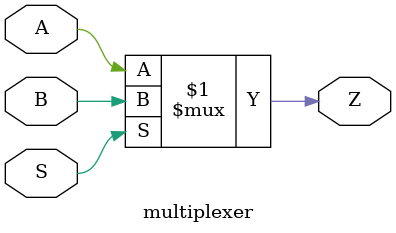
<source format=v>
`timescale 1ns / 1ps


module multiplexer(
    input A,
    input B,
    input S,
    output Z
    );
    
    // Uses conditional operator here to simplify
    assign Z = S ? B : A;
    
endmodule

</source>
